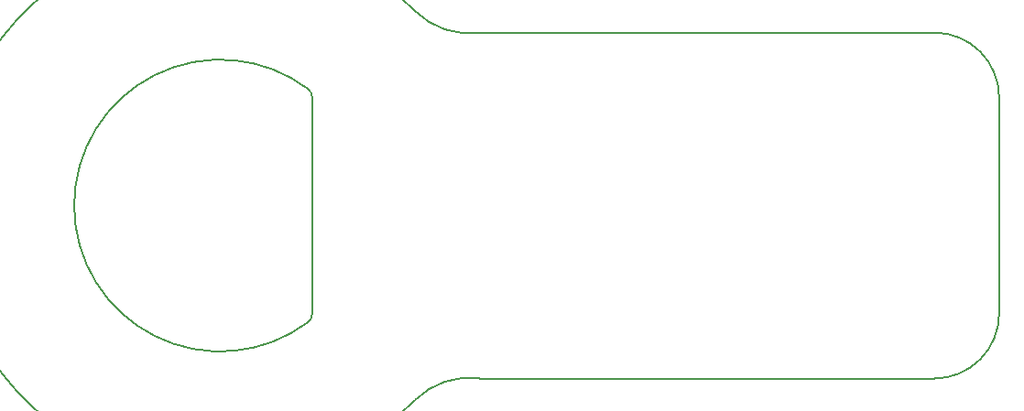
<source format=gm1>
G04 #@! TF.GenerationSoftware,KiCad,Pcbnew,(5.0.2)-1*
G04 #@! TF.CreationDate,2025-08-06T21:36:18+02:00*
G04 #@! TF.ProjectId,beerodul,62656572-6f64-4756-9c2e-6b696361645f,rev?*
G04 #@! TF.SameCoordinates,Original*
G04 #@! TF.FileFunction,Profile,NP*
%FSLAX46Y46*%
G04 Gerber Fmt 4.6, Leading zero omitted, Abs format (unit mm)*
G04 Created by KiCad (PCBNEW (5.0.2)-1) date 6. 08. 2025 21:36:18*
%MOMM*%
%LPD*%
G01*
G04 APERTURE LIST*
%ADD10C,0.200000*%
G04 APERTURE END LIST*
D10*
X140996322Y-94999475D02*
G75*
G03X135000000Y-97000000I-996322J-7000525D01*
G01*
X140996322Y-63000525D02*
G75*
G02X135000000Y-61000000I-996322J7000525D01*
G01*
X134999999Y-96999999D02*
G75*
G02X134999999Y-61000001I-17999999J17999999D01*
G01*
X141000000Y-63000000D02*
X183000000Y-63000000D01*
X125500000Y-89000000D02*
X125500000Y-69000000D01*
X189000000Y-69000000D02*
X189000000Y-89000000D01*
X125100000Y-89800000D02*
G75*
G02X125100000Y-68200000I-8100000J10800000D01*
G01*
X183000000Y-95000000D02*
X141000000Y-95000000D01*
X125500000Y-89000000D02*
G75*
G02X125100000Y-89800000I-1000000J0D01*
G01*
X189000000Y-89000000D02*
G75*
G02X183000000Y-95000000I-6000000J0D01*
G01*
X183000000Y-63000000D02*
G75*
G02X189000000Y-69000000I0J-6000000D01*
G01*
X125100000Y-68200000D02*
G75*
G02X125500000Y-69000000I-600000J-800000D01*
G01*
M02*

</source>
